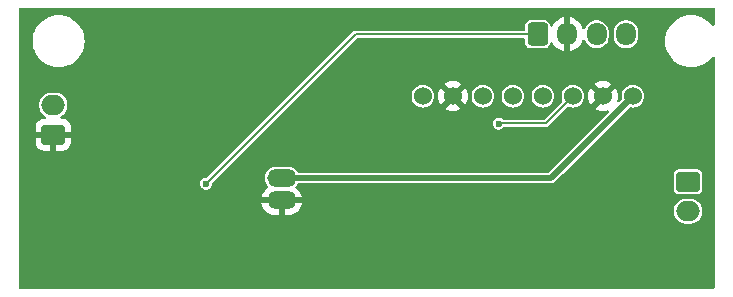
<source format=gbr>
%TF.GenerationSoftware,KiCad,Pcbnew,8.0.7*%
%TF.CreationDate,2025-04-29T17:51:55-05:00*%
%TF.ProjectId,PCB_Glasses,5043425f-476c-4617-9373-65732e6b6963,rev?*%
%TF.SameCoordinates,Original*%
%TF.FileFunction,Copper,L2,Bot*%
%TF.FilePolarity,Positive*%
%FSLAX46Y46*%
G04 Gerber Fmt 4.6, Leading zero omitted, Abs format (unit mm)*
G04 Created by KiCad (PCBNEW 8.0.7) date 2025-04-29 17:51:55*
%MOMM*%
%LPD*%
G01*
G04 APERTURE LIST*
G04 Aperture macros list*
%AMRoundRect*
0 Rectangle with rounded corners*
0 $1 Rounding radius*
0 $2 $3 $4 $5 $6 $7 $8 $9 X,Y pos of 4 corners*
0 Add a 4 corners polygon primitive as box body*
4,1,4,$2,$3,$4,$5,$6,$7,$8,$9,$2,$3,0*
0 Add four circle primitives for the rounded corners*
1,1,$1+$1,$2,$3*
1,1,$1+$1,$4,$5*
1,1,$1+$1,$6,$7*
1,1,$1+$1,$8,$9*
0 Add four rect primitives between the rounded corners*
20,1,$1+$1,$2,$3,$4,$5,0*
20,1,$1+$1,$4,$5,$6,$7,0*
20,1,$1+$1,$6,$7,$8,$9,0*
20,1,$1+$1,$8,$9,$2,$3,0*%
G04 Aperture macros list end*
%TA.AperFunction,ComponentPad*%
%ADD10C,1.524000*%
%TD*%
%TA.AperFunction,ComponentPad*%
%ADD11O,2.500000X1.500000*%
%TD*%
%TA.AperFunction,ComponentPad*%
%ADD12RoundRect,0.250000X0.750000X-0.600000X0.750000X0.600000X-0.750000X0.600000X-0.750000X-0.600000X0*%
%TD*%
%TA.AperFunction,ComponentPad*%
%ADD13O,2.000000X1.700000*%
%TD*%
%TA.AperFunction,ComponentPad*%
%ADD14RoundRect,0.250000X-0.750000X0.600000X-0.750000X-0.600000X0.750000X-0.600000X0.750000X0.600000X0*%
%TD*%
%TA.AperFunction,ComponentPad*%
%ADD15RoundRect,0.250000X-0.600000X-0.725000X0.600000X-0.725000X0.600000X0.725000X-0.600000X0.725000X0*%
%TD*%
%TA.AperFunction,ComponentPad*%
%ADD16O,1.700000X1.950000*%
%TD*%
%TA.AperFunction,ViaPad*%
%ADD17C,0.600000*%
%TD*%
%TA.AperFunction,Conductor*%
%ADD18C,0.200000*%
%TD*%
%TA.AperFunction,Conductor*%
%ADD19C,0.500000*%
%TD*%
G04 APERTURE END LIST*
D10*
%TO.P,U2,1,VCC*%
%TO.N,+3V8*%
X72330000Y-34500000D03*
%TO.P,U2,2,GND*%
%TO.N,GND*%
X69790000Y-34500000D03*
%TO.P,U2,3,SCL*%
%TO.N,/SCL*%
X67250000Y-34500000D03*
%TO.P,U2,4,SDA*%
%TO.N,/SDA*%
X64710000Y-34500000D03*
%TO.P,U2,5,XDA*%
%TO.N,unconnected-(U2-XDA-Pad5)*%
X62170000Y-34500000D03*
%TO.P,U2,6,XCL*%
%TO.N,unconnected-(U2-XCL-Pad6)*%
X59630000Y-34500000D03*
%TO.P,U2,7,ADD*%
%TO.N,GND*%
X57090000Y-34500000D03*
%TO.P,U2,8,INT*%
%TO.N,unconnected-(U2-INT-Pad8)*%
X54550000Y-34500000D03*
%TD*%
D11*
%TO.P,U1,B+,Batt+*%
%TO.N,+3V8*%
X42615000Y-41420000D03*
%TO.P,U1,B-,Batt-*%
%TO.N,GND*%
X42604000Y-43320000D03*
%TD*%
D12*
%TO.P,J1,1,Pin_1*%
%TO.N,GND*%
X23250000Y-37750000D03*
D13*
%TO.P,J1,2,Pin_2*%
%TO.N,+3V8*%
X23250000Y-35250000D03*
%TD*%
D14*
%TO.P,J4,1,Pin_1*%
%TO.N,/D2*%
X77000000Y-41750000D03*
D13*
%TO.P,J4,2,Pin_2*%
%TO.N,/D1*%
X77000000Y-44250000D03*
%TD*%
D15*
%TO.P,J2,1,Pin_1*%
%TO.N,+3.3V*%
X64250000Y-29250000D03*
D16*
%TO.P,J2,2,Pin_2*%
%TO.N,GND*%
X66750000Y-29250000D03*
%TO.P,J2,3,Pin_3*%
%TO.N,/SDA*%
X69250000Y-29250000D03*
%TO.P,J2,4,Pin_4*%
%TO.N,/SCL*%
X71750000Y-29250000D03*
%TD*%
D17*
%TO.N,+3.3V*%
X36195000Y-41910000D03*
%TO.N,/SCL*%
X60960000Y-36830000D03*
%TD*%
D18*
%TO.N,+3.3V*%
X48855000Y-29250000D02*
X64250000Y-29250000D01*
X36195000Y-41910000D02*
X48855000Y-29250000D01*
D19*
%TO.N,+3V8*%
X65410000Y-41420000D02*
X42615000Y-41420000D01*
X72330000Y-34500000D02*
X65410000Y-41420000D01*
D18*
%TO.N,/SCL*%
X60991765Y-36798235D02*
X64951765Y-36798235D01*
X64951765Y-36798235D02*
X67250000Y-34500000D01*
X60960000Y-36830000D02*
X60991765Y-36798235D01*
%TD*%
%TA.AperFunction,Conductor*%
%TO.N,GND*%
G36*
X79192539Y-27020185D02*
G01*
X79238294Y-27072989D01*
X79249500Y-27124500D01*
X79249500Y-28445445D01*
X79229815Y-28512484D01*
X79177011Y-28558239D01*
X79107853Y-28568183D01*
X79044297Y-28539158D01*
X79022398Y-28514336D01*
X79014519Y-28502544D01*
X78824327Y-28285672D01*
X78607452Y-28095478D01*
X78367613Y-27935223D01*
X78367606Y-27935219D01*
X78108905Y-27807642D01*
X77835760Y-27714921D01*
X77835754Y-27714919D01*
X77835753Y-27714919D01*
X77835751Y-27714918D01*
X77835745Y-27714917D01*
X77552849Y-27658646D01*
X77552839Y-27658644D01*
X77265000Y-27639778D01*
X76977161Y-27658644D01*
X76977155Y-27658645D01*
X76977150Y-27658646D01*
X76694254Y-27714917D01*
X76694239Y-27714921D01*
X76421094Y-27807642D01*
X76162393Y-27935219D01*
X76162386Y-27935223D01*
X75922547Y-28095478D01*
X75705672Y-28285672D01*
X75515478Y-28502547D01*
X75355223Y-28742386D01*
X75355219Y-28742393D01*
X75227642Y-29001094D01*
X75134921Y-29274239D01*
X75134917Y-29274254D01*
X75081728Y-29541657D01*
X75078644Y-29557161D01*
X75059778Y-29845000D01*
X75071855Y-30029266D01*
X75078644Y-30132837D01*
X75078646Y-30132849D01*
X75134917Y-30415745D01*
X75134921Y-30415760D01*
X75227642Y-30688905D01*
X75355219Y-30947606D01*
X75355223Y-30947613D01*
X75515478Y-31187452D01*
X75705672Y-31404327D01*
X75922546Y-31594520D01*
X76162389Y-31754778D01*
X76421098Y-31882359D01*
X76694247Y-31975081D01*
X76977161Y-32031356D01*
X77265000Y-32050222D01*
X77552839Y-32031356D01*
X77835753Y-31975081D01*
X78108902Y-31882359D01*
X78367611Y-31754778D01*
X78607454Y-31594520D01*
X78824327Y-31404327D01*
X79014520Y-31187454D01*
X79022397Y-31175665D01*
X79076007Y-31130860D01*
X79145332Y-31122150D01*
X79208360Y-31152303D01*
X79245081Y-31211745D01*
X79249500Y-31244554D01*
X79249500Y-50676000D01*
X79229815Y-50743039D01*
X79177011Y-50788794D01*
X79125500Y-50800000D01*
X20444000Y-50800000D01*
X20376961Y-50780315D01*
X20331206Y-50727511D01*
X20320000Y-50676000D01*
X20320000Y-43070000D01*
X40878016Y-43070000D01*
X41670988Y-43070000D01*
X41638075Y-43127007D01*
X41604000Y-43254174D01*
X41604000Y-43385826D01*
X41638075Y-43512993D01*
X41670988Y-43570000D01*
X40878016Y-43570000D01*
X40884781Y-43612716D01*
X40945581Y-43799837D01*
X41034904Y-43975143D01*
X41150555Y-44134321D01*
X41289678Y-44273444D01*
X41448856Y-44389095D01*
X41624164Y-44478418D01*
X41811294Y-44539221D01*
X42005618Y-44570000D01*
X42354000Y-44570000D01*
X42354000Y-43820000D01*
X42854000Y-43820000D01*
X42854000Y-44570000D01*
X43202382Y-44570000D01*
X43396705Y-44539221D01*
X43583835Y-44478418D01*
X43759143Y-44389095D01*
X43918321Y-44273444D01*
X44045235Y-44146530D01*
X75799500Y-44146530D01*
X75799500Y-44353469D01*
X75839868Y-44556412D01*
X75839870Y-44556420D01*
X75919058Y-44747596D01*
X76034024Y-44919657D01*
X76180342Y-45065975D01*
X76180345Y-45065977D01*
X76352402Y-45180941D01*
X76543580Y-45260130D01*
X76746530Y-45300499D01*
X76746534Y-45300500D01*
X76746535Y-45300500D01*
X77253466Y-45300500D01*
X77253467Y-45300499D01*
X77456420Y-45260130D01*
X77647598Y-45180941D01*
X77819655Y-45065977D01*
X77965977Y-44919655D01*
X78080941Y-44747598D01*
X78160130Y-44556420D01*
X78200500Y-44353465D01*
X78200500Y-44146535D01*
X78160130Y-43943580D01*
X78080941Y-43752402D01*
X77965977Y-43580345D01*
X77965975Y-43580342D01*
X77819657Y-43434024D01*
X77733626Y-43376541D01*
X77647598Y-43319059D01*
X77456420Y-43239870D01*
X77456412Y-43239868D01*
X77253469Y-43199500D01*
X77253465Y-43199500D01*
X76746535Y-43199500D01*
X76746530Y-43199500D01*
X76543587Y-43239868D01*
X76543579Y-43239870D01*
X76352403Y-43319058D01*
X76180342Y-43434024D01*
X76034024Y-43580342D01*
X75919058Y-43752403D01*
X75839870Y-43943579D01*
X75839868Y-43943587D01*
X75799500Y-44146530D01*
X44045235Y-44146530D01*
X44057444Y-44134321D01*
X44173095Y-43975143D01*
X44262418Y-43799837D01*
X44323218Y-43612716D01*
X44329984Y-43570000D01*
X43537012Y-43570000D01*
X43569925Y-43512993D01*
X43604000Y-43385826D01*
X43604000Y-43254174D01*
X43569925Y-43127007D01*
X43537012Y-43070000D01*
X44329984Y-43070000D01*
X44323218Y-43027283D01*
X44262418Y-42840162D01*
X44173095Y-42664856D01*
X44057444Y-42505678D01*
X43918322Y-42366556D01*
X43918313Y-42366549D01*
X43800820Y-42281183D01*
X43758154Y-42225853D01*
X43752176Y-42156240D01*
X43784783Y-42094445D01*
X43785959Y-42093250D01*
X43853302Y-42025908D01*
X43878788Y-41987764D01*
X43920320Y-41925609D01*
X43973932Y-41880804D01*
X44023422Y-41870500D01*
X65469308Y-41870500D01*
X65469309Y-41870500D01*
X65559673Y-41846286D01*
X65583887Y-41839799D01*
X65686614Y-41780489D01*
X66371373Y-41095730D01*
X75799500Y-41095730D01*
X75799500Y-42404269D01*
X75802353Y-42434699D01*
X75802353Y-42434701D01*
X75847206Y-42562880D01*
X75847207Y-42562882D01*
X75927850Y-42672150D01*
X76037118Y-42752793D01*
X76079845Y-42767744D01*
X76165299Y-42797646D01*
X76195730Y-42800500D01*
X76195734Y-42800500D01*
X77804270Y-42800500D01*
X77834699Y-42797646D01*
X77834701Y-42797646D01*
X77898790Y-42775219D01*
X77962882Y-42752793D01*
X78072150Y-42672150D01*
X78152793Y-42562882D01*
X78175219Y-42498790D01*
X78197646Y-42434701D01*
X78197646Y-42434699D01*
X78200500Y-42404269D01*
X78200500Y-41095730D01*
X78197646Y-41065300D01*
X78197646Y-41065298D01*
X78152793Y-40937119D01*
X78152792Y-40937117D01*
X78149887Y-40933181D01*
X78072150Y-40827850D01*
X77962882Y-40747207D01*
X77962880Y-40747206D01*
X77834700Y-40702353D01*
X77804270Y-40699500D01*
X77804266Y-40699500D01*
X76195734Y-40699500D01*
X76195730Y-40699500D01*
X76165300Y-40702353D01*
X76165298Y-40702353D01*
X76037119Y-40747206D01*
X76037117Y-40747207D01*
X75927850Y-40827850D01*
X75847207Y-40937117D01*
X75847206Y-40937119D01*
X75802353Y-41065298D01*
X75802353Y-41065300D01*
X75799500Y-41095730D01*
X66371373Y-41095730D01*
X71994555Y-35472547D01*
X72055876Y-35439064D01*
X72118230Y-35441570D01*
X72141314Y-35448572D01*
X72141316Y-35448573D01*
X72158233Y-35450239D01*
X72330000Y-35467157D01*
X72518683Y-35448573D01*
X72700115Y-35393537D01*
X72867324Y-35304162D01*
X73013883Y-35183883D01*
X73134162Y-35037324D01*
X73223537Y-34870115D01*
X73278573Y-34688683D01*
X73297157Y-34500000D01*
X73278573Y-34311317D01*
X73223537Y-34129885D01*
X73217719Y-34119000D01*
X73134165Y-33962681D01*
X73134161Y-33962674D01*
X73013883Y-33816116D01*
X72867325Y-33695838D01*
X72867318Y-33695834D01*
X72700122Y-33606466D01*
X72700119Y-33606465D01*
X72700118Y-33606464D01*
X72700115Y-33606463D01*
X72518683Y-33551427D01*
X72518681Y-33551426D01*
X72518683Y-33551426D01*
X72330000Y-33532843D01*
X72141318Y-33551426D01*
X72034194Y-33583921D01*
X71959885Y-33606463D01*
X71959882Y-33606464D01*
X71959880Y-33606465D01*
X71959877Y-33606466D01*
X71792681Y-33695834D01*
X71792674Y-33695838D01*
X71646116Y-33816116D01*
X71525838Y-33962674D01*
X71525834Y-33962681D01*
X71436466Y-34129877D01*
X71436465Y-34129880D01*
X71436464Y-34129882D01*
X71436463Y-34129885D01*
X71416673Y-34195124D01*
X71381426Y-34311318D01*
X71362843Y-34499999D01*
X71381426Y-34688681D01*
X71388430Y-34711769D01*
X71389053Y-34781636D01*
X71357450Y-34835444D01*
X71205460Y-34987434D01*
X71144137Y-35020919D01*
X71074445Y-35015935D01*
X71018512Y-34974063D01*
X70994095Y-34908599D01*
X70998004Y-34867659D01*
X71037574Y-34719982D01*
X71037575Y-34719976D01*
X71056821Y-34500000D01*
X71056821Y-34499999D01*
X71037575Y-34280023D01*
X71037573Y-34280013D01*
X70980424Y-34066729D01*
X70980420Y-34066720D01*
X70887096Y-33866586D01*
X70841741Y-33801811D01*
X70841740Y-33801810D01*
X70171000Y-34472553D01*
X70171000Y-34449840D01*
X70145036Y-34352939D01*
X70094876Y-34266060D01*
X70023940Y-34195124D01*
X69937061Y-34144964D01*
X69840160Y-34119000D01*
X69817447Y-34119000D01*
X70488188Y-33448258D01*
X70423411Y-33402901D01*
X70423405Y-33402898D01*
X70223284Y-33309580D01*
X70223270Y-33309575D01*
X70009986Y-33252426D01*
X70009976Y-33252424D01*
X69790001Y-33233179D01*
X69789999Y-33233179D01*
X69570023Y-33252424D01*
X69570013Y-33252426D01*
X69356729Y-33309575D01*
X69356720Y-33309579D01*
X69156590Y-33402901D01*
X69091811Y-33448258D01*
X69762554Y-34119000D01*
X69739840Y-34119000D01*
X69642939Y-34144964D01*
X69556060Y-34195124D01*
X69485124Y-34266060D01*
X69434964Y-34352939D01*
X69409000Y-34449840D01*
X69409000Y-34472553D01*
X68738258Y-33801811D01*
X68692901Y-33866590D01*
X68599579Y-34066720D01*
X68599575Y-34066729D01*
X68542426Y-34280013D01*
X68542424Y-34280023D01*
X68523179Y-34499999D01*
X68523179Y-34500000D01*
X68542424Y-34719976D01*
X68542426Y-34719986D01*
X68599575Y-34933270D01*
X68599580Y-34933284D01*
X68692898Y-35133405D01*
X68692901Y-35133411D01*
X68738258Y-35198187D01*
X68738258Y-35198188D01*
X69409000Y-34527446D01*
X69409000Y-34550160D01*
X69434964Y-34647061D01*
X69485124Y-34733940D01*
X69556060Y-34804876D01*
X69642939Y-34855036D01*
X69739840Y-34881000D01*
X69762553Y-34881000D01*
X69091810Y-35551740D01*
X69156590Y-35597099D01*
X69156592Y-35597100D01*
X69356715Y-35690419D01*
X69356729Y-35690424D01*
X69570013Y-35747573D01*
X69570023Y-35747575D01*
X69789999Y-35766821D01*
X69790001Y-35766821D01*
X70009976Y-35747575D01*
X70009982Y-35747574D01*
X70157660Y-35708004D01*
X70227510Y-35709667D01*
X70285373Y-35748829D01*
X70312877Y-35813058D01*
X70301291Y-35881960D01*
X70277435Y-35915460D01*
X65259716Y-40933181D01*
X65198393Y-40966666D01*
X65172035Y-40969500D01*
X44023422Y-40969500D01*
X43956383Y-40949815D01*
X43920320Y-40914391D01*
X43853302Y-40814092D01*
X43853299Y-40814088D01*
X43720911Y-40681700D01*
X43720907Y-40681697D01*
X43565237Y-40577681D01*
X43565228Y-40577676D01*
X43392251Y-40506027D01*
X43392243Y-40506025D01*
X43208620Y-40469500D01*
X43208616Y-40469500D01*
X42021384Y-40469500D01*
X42021379Y-40469500D01*
X41837756Y-40506025D01*
X41837748Y-40506027D01*
X41664771Y-40577676D01*
X41664762Y-40577681D01*
X41509092Y-40681697D01*
X41509088Y-40681700D01*
X41376700Y-40814088D01*
X41376697Y-40814092D01*
X41272681Y-40969762D01*
X41272676Y-40969771D01*
X41201027Y-41142748D01*
X41201025Y-41142756D01*
X41164500Y-41326379D01*
X41164500Y-41513620D01*
X41201025Y-41697243D01*
X41201027Y-41697251D01*
X41272676Y-41870228D01*
X41272681Y-41870237D01*
X41376697Y-42025907D01*
X41376700Y-42025911D01*
X41434717Y-42083928D01*
X41468202Y-42145251D01*
X41463218Y-42214943D01*
X41421346Y-42270876D01*
X41419922Y-42271927D01*
X41289678Y-42366555D01*
X41150555Y-42505678D01*
X41034904Y-42664856D01*
X40945581Y-42840162D01*
X40884781Y-43027283D01*
X40878016Y-43070000D01*
X20320000Y-43070000D01*
X20320000Y-41910000D01*
X35689353Y-41910000D01*
X35709834Y-42052456D01*
X35758173Y-42158302D01*
X35769623Y-42183373D01*
X35863872Y-42292143D01*
X35984947Y-42369953D01*
X35984950Y-42369954D01*
X35984949Y-42369954D01*
X36123036Y-42410499D01*
X36123038Y-42410500D01*
X36123039Y-42410500D01*
X36266962Y-42410500D01*
X36266962Y-42410499D01*
X36405053Y-42369953D01*
X36526128Y-42292143D01*
X36620377Y-42183373D01*
X36680165Y-42052457D01*
X36700647Y-41910000D01*
X36699339Y-41900905D01*
X36709279Y-41831749D01*
X36734392Y-41795577D01*
X41699970Y-36830000D01*
X60454353Y-36830000D01*
X60474834Y-36972456D01*
X60533095Y-37100028D01*
X60534623Y-37103373D01*
X60628872Y-37212143D01*
X60749947Y-37289953D01*
X60749950Y-37289954D01*
X60749949Y-37289954D01*
X60888036Y-37330499D01*
X60888038Y-37330500D01*
X60888039Y-37330500D01*
X61031962Y-37330500D01*
X61031962Y-37330499D01*
X61170053Y-37289953D01*
X61291128Y-37212143D01*
X61352312Y-37141531D01*
X61411090Y-37103758D01*
X61446025Y-37098735D01*
X64991325Y-37098735D01*
X64991327Y-37098735D01*
X65067754Y-37078256D01*
X65136276Y-37038695D01*
X65192225Y-36982746D01*
X66751795Y-35423174D01*
X66813116Y-35389691D01*
X66875470Y-35392196D01*
X66879877Y-35393533D01*
X66879885Y-35393537D01*
X67061317Y-35448573D01*
X67250000Y-35467157D01*
X67438683Y-35448573D01*
X67620115Y-35393537D01*
X67787324Y-35304162D01*
X67933883Y-35183883D01*
X68054162Y-35037324D01*
X68143537Y-34870115D01*
X68198573Y-34688683D01*
X68217157Y-34500000D01*
X68198573Y-34311317D01*
X68143537Y-34129885D01*
X68137719Y-34119000D01*
X68054165Y-33962681D01*
X68054161Y-33962674D01*
X67933883Y-33816116D01*
X67787325Y-33695838D01*
X67787318Y-33695834D01*
X67620122Y-33606466D01*
X67620119Y-33606465D01*
X67620118Y-33606464D01*
X67620115Y-33606463D01*
X67438683Y-33551427D01*
X67438681Y-33551426D01*
X67438683Y-33551426D01*
X67250000Y-33532843D01*
X67061318Y-33551426D01*
X66954194Y-33583921D01*
X66879885Y-33606463D01*
X66879882Y-33606464D01*
X66879880Y-33606465D01*
X66879877Y-33606466D01*
X66712681Y-33695834D01*
X66712674Y-33695838D01*
X66566116Y-33816116D01*
X66445838Y-33962674D01*
X66445834Y-33962681D01*
X66356466Y-34129877D01*
X66356465Y-34129880D01*
X66356464Y-34129882D01*
X66356463Y-34129885D01*
X66336673Y-34195124D01*
X66301426Y-34311318D01*
X66282843Y-34500000D01*
X66301426Y-34688681D01*
X66357802Y-34874529D01*
X66358425Y-34944396D01*
X66326822Y-34998205D01*
X64863613Y-36461416D01*
X64802290Y-36494901D01*
X64775932Y-36497735D01*
X61390977Y-36497735D01*
X61323938Y-36478050D01*
X61297264Y-36454938D01*
X61291128Y-36447857D01*
X61291126Y-36447856D01*
X61170053Y-36370047D01*
X61170051Y-36370046D01*
X61170049Y-36370045D01*
X61170050Y-36370045D01*
X61031963Y-36329500D01*
X61031961Y-36329500D01*
X60888039Y-36329500D01*
X60888036Y-36329500D01*
X60749949Y-36370045D01*
X60628873Y-36447856D01*
X60534623Y-36556626D01*
X60534622Y-36556628D01*
X60474834Y-36687543D01*
X60454353Y-36830000D01*
X41699970Y-36830000D01*
X44029970Y-34500000D01*
X53582843Y-34500000D01*
X53601426Y-34688681D01*
X53615155Y-34733940D01*
X53656463Y-34870115D01*
X53656464Y-34870118D01*
X53656465Y-34870119D01*
X53656466Y-34870122D01*
X53745834Y-35037318D01*
X53745838Y-35037325D01*
X53866116Y-35183883D01*
X54012674Y-35304161D01*
X54012681Y-35304165D01*
X54179877Y-35393533D01*
X54179878Y-35393533D01*
X54179885Y-35393537D01*
X54361317Y-35448573D01*
X54361316Y-35448573D01*
X54378233Y-35450239D01*
X54550000Y-35467157D01*
X54738683Y-35448573D01*
X54920115Y-35393537D01*
X55087324Y-35304162D01*
X55233883Y-35183883D01*
X55354162Y-35037324D01*
X55443537Y-34870115D01*
X55498573Y-34688683D01*
X55517157Y-34500000D01*
X55517157Y-34499999D01*
X55823179Y-34499999D01*
X55823179Y-34500000D01*
X55842424Y-34719976D01*
X55842426Y-34719986D01*
X55899575Y-34933270D01*
X55899580Y-34933284D01*
X55992898Y-35133405D01*
X55992901Y-35133411D01*
X56038258Y-35198187D01*
X56038258Y-35198188D01*
X56709000Y-34527446D01*
X56709000Y-34550160D01*
X56734964Y-34647061D01*
X56785124Y-34733940D01*
X56856060Y-34804876D01*
X56942939Y-34855036D01*
X57039840Y-34881000D01*
X57062553Y-34881000D01*
X56391810Y-35551740D01*
X56456590Y-35597099D01*
X56456592Y-35597100D01*
X56656715Y-35690419D01*
X56656729Y-35690424D01*
X56870013Y-35747573D01*
X56870023Y-35747575D01*
X57089999Y-35766821D01*
X57090001Y-35766821D01*
X57309976Y-35747575D01*
X57309986Y-35747573D01*
X57523270Y-35690424D01*
X57523284Y-35690419D01*
X57723407Y-35597100D01*
X57723417Y-35597094D01*
X57788188Y-35551741D01*
X57117448Y-34881000D01*
X57140160Y-34881000D01*
X57237061Y-34855036D01*
X57323940Y-34804876D01*
X57394876Y-34733940D01*
X57445036Y-34647061D01*
X57471000Y-34550160D01*
X57471000Y-34527447D01*
X58141741Y-35198188D01*
X58187094Y-35133417D01*
X58187100Y-35133407D01*
X58280419Y-34933284D01*
X58280424Y-34933270D01*
X58337573Y-34719986D01*
X58337575Y-34719976D01*
X58356821Y-34500000D01*
X58662843Y-34500000D01*
X58681426Y-34688681D01*
X58695155Y-34733940D01*
X58736463Y-34870115D01*
X58736464Y-34870118D01*
X58736465Y-34870119D01*
X58736466Y-34870122D01*
X58825834Y-35037318D01*
X58825838Y-35037325D01*
X58946116Y-35183883D01*
X59092674Y-35304161D01*
X59092681Y-35304165D01*
X59259877Y-35393533D01*
X59259878Y-35393533D01*
X59259885Y-35393537D01*
X59441317Y-35448573D01*
X59441316Y-35448573D01*
X59458233Y-35450239D01*
X59630000Y-35467157D01*
X59818683Y-35448573D01*
X60000115Y-35393537D01*
X60167324Y-35304162D01*
X60313883Y-35183883D01*
X60434162Y-35037324D01*
X60523537Y-34870115D01*
X60578573Y-34688683D01*
X60597157Y-34500000D01*
X61202843Y-34500000D01*
X61221426Y-34688681D01*
X61235155Y-34733940D01*
X61276463Y-34870115D01*
X61276464Y-34870118D01*
X61276465Y-34870119D01*
X61276466Y-34870122D01*
X61365834Y-35037318D01*
X61365838Y-35037325D01*
X61486116Y-35183883D01*
X61632674Y-35304161D01*
X61632681Y-35304165D01*
X61799877Y-35393533D01*
X61799878Y-35393533D01*
X61799885Y-35393537D01*
X61981317Y-35448573D01*
X61981316Y-35448573D01*
X61998233Y-35450239D01*
X62170000Y-35467157D01*
X62358683Y-35448573D01*
X62540115Y-35393537D01*
X62707324Y-35304162D01*
X62853883Y-35183883D01*
X62974162Y-35037324D01*
X63063537Y-34870115D01*
X63118573Y-34688683D01*
X63137157Y-34500000D01*
X63742843Y-34500000D01*
X63761426Y-34688681D01*
X63775155Y-34733940D01*
X63816463Y-34870115D01*
X63816464Y-34870118D01*
X63816465Y-34870119D01*
X63816466Y-34870122D01*
X63905834Y-35037318D01*
X63905838Y-35037325D01*
X64026116Y-35183883D01*
X64172674Y-35304161D01*
X64172681Y-35304165D01*
X64339877Y-35393533D01*
X64339878Y-35393533D01*
X64339885Y-35393537D01*
X64521317Y-35448573D01*
X64521316Y-35448573D01*
X64538233Y-35450239D01*
X64710000Y-35467157D01*
X64898683Y-35448573D01*
X65080115Y-35393537D01*
X65247324Y-35304162D01*
X65393883Y-35183883D01*
X65514162Y-35037324D01*
X65603537Y-34870115D01*
X65658573Y-34688683D01*
X65677157Y-34500000D01*
X65658573Y-34311317D01*
X65603537Y-34129885D01*
X65597719Y-34119000D01*
X65514165Y-33962681D01*
X65514161Y-33962674D01*
X65393883Y-33816116D01*
X65247325Y-33695838D01*
X65247318Y-33695834D01*
X65080122Y-33606466D01*
X65080119Y-33606465D01*
X65080118Y-33606464D01*
X65080115Y-33606463D01*
X64898683Y-33551427D01*
X64898681Y-33551426D01*
X64898683Y-33551426D01*
X64710000Y-33532843D01*
X64521318Y-33551426D01*
X64414194Y-33583921D01*
X64339885Y-33606463D01*
X64339882Y-33606464D01*
X64339880Y-33606465D01*
X64339877Y-33606466D01*
X64172681Y-33695834D01*
X64172674Y-33695838D01*
X64026116Y-33816116D01*
X63905838Y-33962674D01*
X63905834Y-33962681D01*
X63816466Y-34129877D01*
X63816465Y-34129880D01*
X63816464Y-34129882D01*
X63816463Y-34129885D01*
X63796673Y-34195124D01*
X63761426Y-34311318D01*
X63742843Y-34500000D01*
X63137157Y-34500000D01*
X63118573Y-34311317D01*
X63063537Y-34129885D01*
X63057719Y-34119000D01*
X62974165Y-33962681D01*
X62974161Y-33962674D01*
X62853883Y-33816116D01*
X62707325Y-33695838D01*
X62707318Y-33695834D01*
X62540122Y-33606466D01*
X62540119Y-33606465D01*
X62540118Y-33606464D01*
X62540115Y-33606463D01*
X62358683Y-33551427D01*
X62358681Y-33551426D01*
X62358683Y-33551426D01*
X62170000Y-33532843D01*
X61981318Y-33551426D01*
X61874194Y-33583921D01*
X61799885Y-33606463D01*
X61799882Y-33606464D01*
X61799880Y-33606465D01*
X61799877Y-33606466D01*
X61632681Y-33695834D01*
X61632674Y-33695838D01*
X61486116Y-33816116D01*
X61365838Y-33962674D01*
X61365834Y-33962681D01*
X61276466Y-34129877D01*
X61276465Y-34129880D01*
X61276464Y-34129882D01*
X61276463Y-34129885D01*
X61256673Y-34195124D01*
X61221426Y-34311318D01*
X61202843Y-34500000D01*
X60597157Y-34500000D01*
X60578573Y-34311317D01*
X60523537Y-34129885D01*
X60517719Y-34119000D01*
X60434165Y-33962681D01*
X60434161Y-33962674D01*
X60313883Y-33816116D01*
X60167325Y-33695838D01*
X60167318Y-33695834D01*
X60000122Y-33606466D01*
X60000119Y-33606465D01*
X60000118Y-33606464D01*
X60000115Y-33606463D01*
X59818683Y-33551427D01*
X59818681Y-33551426D01*
X59818683Y-33551426D01*
X59630000Y-33532843D01*
X59441318Y-33551426D01*
X59334194Y-33583921D01*
X59259885Y-33606463D01*
X59259882Y-33606464D01*
X59259880Y-33606465D01*
X59259877Y-33606466D01*
X59092681Y-33695834D01*
X59092674Y-33695838D01*
X58946116Y-33816116D01*
X58825838Y-33962674D01*
X58825834Y-33962681D01*
X58736466Y-34129877D01*
X58736465Y-34129880D01*
X58736464Y-34129882D01*
X58736463Y-34129885D01*
X58716673Y-34195124D01*
X58681426Y-34311318D01*
X58662843Y-34500000D01*
X58356821Y-34500000D01*
X58356821Y-34499999D01*
X58337575Y-34280023D01*
X58337573Y-34280013D01*
X58280424Y-34066729D01*
X58280420Y-34066720D01*
X58187096Y-33866586D01*
X58141741Y-33801811D01*
X58141740Y-33801810D01*
X57471000Y-34472551D01*
X57471000Y-34449840D01*
X57445036Y-34352939D01*
X57394876Y-34266060D01*
X57323940Y-34195124D01*
X57237061Y-34144964D01*
X57140160Y-34119000D01*
X57117447Y-34119000D01*
X57788188Y-33448258D01*
X57723411Y-33402901D01*
X57723405Y-33402898D01*
X57523284Y-33309580D01*
X57523270Y-33309575D01*
X57309986Y-33252426D01*
X57309976Y-33252424D01*
X57090001Y-33233179D01*
X57089999Y-33233179D01*
X56870023Y-33252424D01*
X56870013Y-33252426D01*
X56656729Y-33309575D01*
X56656720Y-33309579D01*
X56456590Y-33402901D01*
X56391811Y-33448258D01*
X57062554Y-34119000D01*
X57039840Y-34119000D01*
X56942939Y-34144964D01*
X56856060Y-34195124D01*
X56785124Y-34266060D01*
X56734964Y-34352939D01*
X56709000Y-34449840D01*
X56709000Y-34472553D01*
X56038258Y-33801811D01*
X55992901Y-33866590D01*
X55899579Y-34066720D01*
X55899575Y-34066729D01*
X55842426Y-34280013D01*
X55842424Y-34280023D01*
X55823179Y-34499999D01*
X55517157Y-34499999D01*
X55498573Y-34311317D01*
X55443537Y-34129885D01*
X55437719Y-34119000D01*
X55354165Y-33962681D01*
X55354161Y-33962674D01*
X55233883Y-33816116D01*
X55087325Y-33695838D01*
X55087318Y-33695834D01*
X54920122Y-33606466D01*
X54920119Y-33606465D01*
X54920118Y-33606464D01*
X54920115Y-33606463D01*
X54738683Y-33551427D01*
X54738681Y-33551426D01*
X54738683Y-33551426D01*
X54550000Y-33532843D01*
X54361318Y-33551426D01*
X54254194Y-33583921D01*
X54179885Y-33606463D01*
X54179882Y-33606464D01*
X54179880Y-33606465D01*
X54179877Y-33606466D01*
X54012681Y-33695834D01*
X54012674Y-33695838D01*
X53866116Y-33816116D01*
X53745838Y-33962674D01*
X53745834Y-33962681D01*
X53656466Y-34129877D01*
X53656465Y-34129880D01*
X53656464Y-34129882D01*
X53656463Y-34129885D01*
X53636673Y-34195124D01*
X53601426Y-34311318D01*
X53582843Y-34500000D01*
X44029970Y-34500000D01*
X48943152Y-29586819D01*
X49004475Y-29553334D01*
X49030833Y-29550500D01*
X63075500Y-29550500D01*
X63142539Y-29570185D01*
X63188294Y-29622989D01*
X63199500Y-29674500D01*
X63199500Y-30029269D01*
X63202353Y-30059699D01*
X63202353Y-30059701D01*
X63247206Y-30187880D01*
X63247207Y-30187882D01*
X63327850Y-30297150D01*
X63437118Y-30377793D01*
X63458089Y-30385131D01*
X63565299Y-30422646D01*
X63595730Y-30425500D01*
X63595734Y-30425500D01*
X64904270Y-30425500D01*
X64934699Y-30422646D01*
X64934701Y-30422646D01*
X64998790Y-30400219D01*
X65062882Y-30377793D01*
X65172150Y-30297150D01*
X65252793Y-30187882D01*
X65289648Y-30082557D01*
X65297646Y-30059701D01*
X65297646Y-30059699D01*
X65300500Y-30029269D01*
X65300500Y-30020323D01*
X65320185Y-29953284D01*
X65372989Y-29907529D01*
X65442147Y-29897585D01*
X65505703Y-29926610D01*
X65534985Y-29964028D01*
X65595379Y-30082557D01*
X65720272Y-30254459D01*
X65720276Y-30254464D01*
X65870535Y-30404723D01*
X65870540Y-30404727D01*
X66042442Y-30529620D01*
X66231782Y-30626095D01*
X66433871Y-30691757D01*
X66500000Y-30702231D01*
X66500000Y-29654145D01*
X66566657Y-29692630D01*
X66687465Y-29725000D01*
X66812535Y-29725000D01*
X66933343Y-29692630D01*
X67000000Y-29654145D01*
X67000000Y-30702230D01*
X67066126Y-30691757D01*
X67066129Y-30691757D01*
X67268217Y-30626095D01*
X67457557Y-30529620D01*
X67629459Y-30404727D01*
X67629464Y-30404723D01*
X67779723Y-30254464D01*
X67779727Y-30254459D01*
X67904620Y-30082557D01*
X68001095Y-29893217D01*
X68040759Y-29771144D01*
X68080196Y-29713469D01*
X68144555Y-29686270D01*
X68213401Y-29698184D01*
X68264877Y-29745428D01*
X68273251Y-29762009D01*
X68319057Y-29872596D01*
X68434024Y-30044657D01*
X68580342Y-30190975D01*
X68580345Y-30190977D01*
X68752402Y-30305941D01*
X68943580Y-30385130D01*
X69132187Y-30422646D01*
X69146530Y-30425499D01*
X69146534Y-30425500D01*
X69146535Y-30425500D01*
X69353466Y-30425500D01*
X69353467Y-30425499D01*
X69556420Y-30385130D01*
X69747598Y-30305941D01*
X69919655Y-30190977D01*
X70065977Y-30044655D01*
X70180941Y-29872598D01*
X70260130Y-29681420D01*
X70300500Y-29478465D01*
X70300500Y-29021535D01*
X70300499Y-29021530D01*
X70699500Y-29021530D01*
X70699500Y-29478469D01*
X70739868Y-29681412D01*
X70739870Y-29681420D01*
X70757921Y-29725000D01*
X70819059Y-29872598D01*
X70872971Y-29953284D01*
X70934024Y-30044657D01*
X71080342Y-30190975D01*
X71080345Y-30190977D01*
X71252402Y-30305941D01*
X71443580Y-30385130D01*
X71632187Y-30422646D01*
X71646530Y-30425499D01*
X71646534Y-30425500D01*
X71646535Y-30425500D01*
X71853466Y-30425500D01*
X71853467Y-30425499D01*
X72056420Y-30385130D01*
X72247598Y-30305941D01*
X72419655Y-30190977D01*
X72565977Y-30044655D01*
X72680941Y-29872598D01*
X72760130Y-29681420D01*
X72800500Y-29478465D01*
X72800500Y-29021535D01*
X72760130Y-28818580D01*
X72680941Y-28627402D01*
X72565977Y-28455345D01*
X72565975Y-28455342D01*
X72419657Y-28309024D01*
X72324638Y-28245535D01*
X72247598Y-28194059D01*
X72056420Y-28114870D01*
X72056412Y-28114868D01*
X71853469Y-28074500D01*
X71853465Y-28074500D01*
X71646535Y-28074500D01*
X71646530Y-28074500D01*
X71443587Y-28114868D01*
X71443579Y-28114870D01*
X71252403Y-28194058D01*
X71080342Y-28309024D01*
X70934024Y-28455342D01*
X70819058Y-28627403D01*
X70739870Y-28818579D01*
X70739868Y-28818587D01*
X70699500Y-29021530D01*
X70300499Y-29021530D01*
X70260130Y-28818580D01*
X70180941Y-28627402D01*
X70065977Y-28455345D01*
X70065975Y-28455342D01*
X69919657Y-28309024D01*
X69824638Y-28245535D01*
X69747598Y-28194059D01*
X69556420Y-28114870D01*
X69556412Y-28114868D01*
X69353469Y-28074500D01*
X69353465Y-28074500D01*
X69146535Y-28074500D01*
X69146530Y-28074500D01*
X68943587Y-28114868D01*
X68943579Y-28114870D01*
X68752403Y-28194058D01*
X68580342Y-28309024D01*
X68434024Y-28455342D01*
X68319057Y-28627404D01*
X68273251Y-28737990D01*
X68229409Y-28792394D01*
X68163115Y-28814458D01*
X68095416Y-28797178D01*
X68047806Y-28746041D01*
X68040759Y-28728855D01*
X68001095Y-28606782D01*
X67904620Y-28417442D01*
X67779727Y-28245540D01*
X67779723Y-28245535D01*
X67629464Y-28095276D01*
X67629459Y-28095272D01*
X67457557Y-27970379D01*
X67268215Y-27873903D01*
X67066124Y-27808241D01*
X67000000Y-27797768D01*
X67000000Y-28845854D01*
X66933343Y-28807370D01*
X66812535Y-28775000D01*
X66687465Y-28775000D01*
X66566657Y-28807370D01*
X66500000Y-28845854D01*
X66500000Y-27797768D01*
X66499999Y-27797768D01*
X66433875Y-27808241D01*
X66231784Y-27873903D01*
X66042442Y-27970379D01*
X65870540Y-28095272D01*
X65870535Y-28095276D01*
X65720276Y-28245535D01*
X65720272Y-28245540D01*
X65595379Y-28417442D01*
X65534985Y-28535971D01*
X65487010Y-28586767D01*
X65419189Y-28603562D01*
X65353054Y-28581024D01*
X65309603Y-28526309D01*
X65300500Y-28479676D01*
X65300500Y-28470730D01*
X65297646Y-28440300D01*
X65297646Y-28440298D01*
X65252793Y-28312119D01*
X65252792Y-28312117D01*
X65172150Y-28202850D01*
X65062882Y-28122207D01*
X65062880Y-28122206D01*
X64934700Y-28077353D01*
X64904270Y-28074500D01*
X64904266Y-28074500D01*
X63595734Y-28074500D01*
X63595730Y-28074500D01*
X63565300Y-28077353D01*
X63565298Y-28077353D01*
X63437119Y-28122206D01*
X63437117Y-28122207D01*
X63327850Y-28202850D01*
X63247207Y-28312117D01*
X63247206Y-28312119D01*
X63202353Y-28440298D01*
X63202353Y-28440300D01*
X63199500Y-28470730D01*
X63199500Y-28825500D01*
X63179815Y-28892539D01*
X63127011Y-28938294D01*
X63075500Y-28949500D01*
X48815438Y-28949500D01*
X48739010Y-28969978D01*
X48670489Y-29009540D01*
X48670486Y-29009542D01*
X36306847Y-41373181D01*
X36245524Y-41406666D01*
X36219166Y-41409500D01*
X36123036Y-41409500D01*
X35984949Y-41450045D01*
X35863873Y-41527856D01*
X35769623Y-41636626D01*
X35769622Y-41636628D01*
X35709834Y-41767543D01*
X35689353Y-41910000D01*
X20320000Y-41910000D01*
X20320000Y-37100013D01*
X21750000Y-37100013D01*
X21750000Y-37500000D01*
X22816988Y-37500000D01*
X22784075Y-37557007D01*
X22750000Y-37684174D01*
X22750000Y-37815826D01*
X22784075Y-37942993D01*
X22816988Y-38000000D01*
X21750001Y-38000000D01*
X21750001Y-38399986D01*
X21760494Y-38502697D01*
X21815641Y-38669119D01*
X21815643Y-38669124D01*
X21907684Y-38818345D01*
X22031654Y-38942315D01*
X22180875Y-39034356D01*
X22180880Y-39034358D01*
X22347302Y-39089505D01*
X22347309Y-39089506D01*
X22450019Y-39099999D01*
X22999999Y-39099999D01*
X23000000Y-39099998D01*
X23000000Y-38183012D01*
X23057007Y-38215925D01*
X23184174Y-38250000D01*
X23315826Y-38250000D01*
X23442993Y-38215925D01*
X23500000Y-38183012D01*
X23500000Y-39099999D01*
X24049972Y-39099999D01*
X24049986Y-39099998D01*
X24152697Y-39089505D01*
X24319119Y-39034358D01*
X24319124Y-39034356D01*
X24468345Y-38942315D01*
X24592315Y-38818345D01*
X24684356Y-38669124D01*
X24684358Y-38669119D01*
X24739505Y-38502697D01*
X24739506Y-38502690D01*
X24749999Y-38399986D01*
X24750000Y-38399973D01*
X24750000Y-38000000D01*
X23683012Y-38000000D01*
X23715925Y-37942993D01*
X23750000Y-37815826D01*
X23750000Y-37684174D01*
X23715925Y-37557007D01*
X23683012Y-37500000D01*
X24749999Y-37500000D01*
X24749999Y-37100028D01*
X24749998Y-37100013D01*
X24739505Y-36997302D01*
X24684358Y-36830880D01*
X24684356Y-36830875D01*
X24592315Y-36681654D01*
X24468345Y-36557684D01*
X24319124Y-36465643D01*
X24319119Y-36465641D01*
X24152697Y-36410494D01*
X24152690Y-36410493D01*
X24049986Y-36400000D01*
X23978526Y-36400000D01*
X23911487Y-36380315D01*
X23865732Y-36327511D01*
X23855788Y-36258353D01*
X23884813Y-36194797D01*
X23909633Y-36172899D01*
X24069655Y-36065977D01*
X24215977Y-35919655D01*
X24330941Y-35747598D01*
X24410130Y-35556420D01*
X24450500Y-35353465D01*
X24450500Y-35146535D01*
X24410130Y-34943580D01*
X24330941Y-34752402D01*
X24215977Y-34580345D01*
X24215975Y-34580342D01*
X24069657Y-34434024D01*
X23948303Y-34352939D01*
X23897598Y-34319059D01*
X23878907Y-34311317D01*
X23706420Y-34239870D01*
X23706412Y-34239868D01*
X23503469Y-34199500D01*
X23503465Y-34199500D01*
X22996535Y-34199500D01*
X22996530Y-34199500D01*
X22793587Y-34239868D01*
X22793579Y-34239870D01*
X22602403Y-34319058D01*
X22430342Y-34434024D01*
X22284024Y-34580342D01*
X22169058Y-34752403D01*
X22089870Y-34943579D01*
X22089868Y-34943587D01*
X22049500Y-35146530D01*
X22049500Y-35353469D01*
X22089868Y-35556412D01*
X22089870Y-35556420D01*
X22169048Y-35747573D01*
X22169059Y-35747598D01*
X22212798Y-35813058D01*
X22284024Y-35919657D01*
X22430342Y-36065975D01*
X22430345Y-36065977D01*
X22590367Y-36172899D01*
X22635170Y-36226509D01*
X22643878Y-36295834D01*
X22613724Y-36358862D01*
X22554282Y-36395581D01*
X22521477Y-36400000D01*
X22450029Y-36400000D01*
X22450012Y-36400001D01*
X22347302Y-36410494D01*
X22180880Y-36465641D01*
X22180875Y-36465643D01*
X22031654Y-36557684D01*
X21907684Y-36681654D01*
X21815643Y-36830875D01*
X21815641Y-36830880D01*
X21760494Y-36997302D01*
X21760493Y-36997309D01*
X21750000Y-37100013D01*
X20320000Y-37100013D01*
X20320000Y-29845000D01*
X21494778Y-29845000D01*
X21506855Y-30029266D01*
X21513644Y-30132837D01*
X21513646Y-30132849D01*
X21569917Y-30415745D01*
X21569921Y-30415760D01*
X21662642Y-30688905D01*
X21790219Y-30947606D01*
X21790223Y-30947613D01*
X21950478Y-31187452D01*
X22140672Y-31404327D01*
X22357546Y-31594520D01*
X22597389Y-31754778D01*
X22856098Y-31882359D01*
X23129247Y-31975081D01*
X23412161Y-32031356D01*
X23700000Y-32050222D01*
X23987839Y-32031356D01*
X24270753Y-31975081D01*
X24543902Y-31882359D01*
X24802611Y-31754778D01*
X25042454Y-31594520D01*
X25259327Y-31404327D01*
X25449520Y-31187454D01*
X25609778Y-30947611D01*
X25737359Y-30688902D01*
X25830081Y-30415753D01*
X25886356Y-30132839D01*
X25905222Y-29845000D01*
X25886356Y-29557161D01*
X25830081Y-29274247D01*
X25737359Y-29001098D01*
X25609778Y-28742389D01*
X25548458Y-28650617D01*
X25449521Y-28502547D01*
X25259327Y-28285672D01*
X25042452Y-28095478D01*
X24802613Y-27935223D01*
X24802606Y-27935219D01*
X24543905Y-27807642D01*
X24270760Y-27714921D01*
X24270754Y-27714919D01*
X24270753Y-27714919D01*
X24270751Y-27714918D01*
X24270745Y-27714917D01*
X23987849Y-27658646D01*
X23987839Y-27658644D01*
X23700000Y-27639778D01*
X23412161Y-27658644D01*
X23412155Y-27658645D01*
X23412150Y-27658646D01*
X23129254Y-27714917D01*
X23129239Y-27714921D01*
X22856094Y-27807642D01*
X22597393Y-27935219D01*
X22597386Y-27935223D01*
X22357547Y-28095478D01*
X22140672Y-28285672D01*
X21950478Y-28502547D01*
X21790223Y-28742386D01*
X21790219Y-28742393D01*
X21662642Y-29001094D01*
X21569921Y-29274239D01*
X21569917Y-29274254D01*
X21516728Y-29541657D01*
X21513644Y-29557161D01*
X21494778Y-29845000D01*
X20320000Y-29845000D01*
X20320000Y-27124500D01*
X20339685Y-27057461D01*
X20392489Y-27011706D01*
X20444000Y-27000500D01*
X79125500Y-27000500D01*
X79192539Y-27020185D01*
G37*
%TD.AperFunction*%
%TD*%
M02*

</source>
